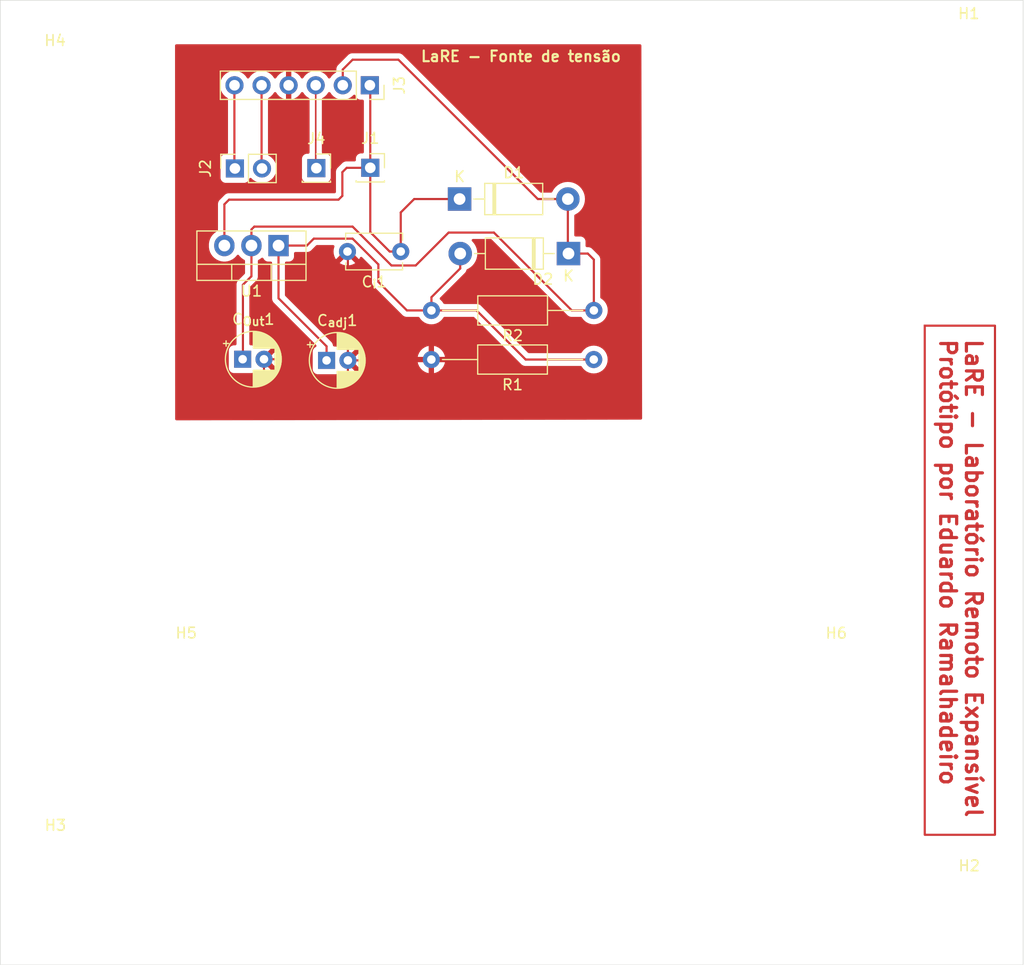
<source format=kicad_pcb>
(kicad_pcb (version 20240108) (generator "pcbnew") (generator_version "8.0")
  (layers (0 "F.Cu" signal "Front") (1 "In1.Cu" signal) (2 "In2.Cu" signal) (31 "B.Cu" signal "Back") (34 "B.Paste" user) (35 "F.Paste" user) (36 "B.SilkS" user "B.Silkscreen") (37 "F.SilkS" user "F.Silkscreen") (38 "B.Mask" user) (39 "F.Mask" user) (44 "Edge.Cuts" user))
  (net 0 "")
  (net 1 "GND")
  (net 2 "Net-(D2-A)")
  (net 3 "/12V")
  (net 4 "/transf-")
  (net 5 "/5V")
  (net 6 "/5V_{VB}")
  (net 7 "/transf+")
  (footprint "Connector_PinSocket_2.54mm:PinSocket_1x02_P2.54mm_Vertical" (layer "F.Cu") (at 112.05 55.67 90)
    (property "Reference" "J2" (at 0 -2.77 90) (layer "F.SilkS"))
    (property "Value" "Transformer")
    (fp_line (start 1.33 -1.33) (end 1.33 0) (stroke (width 0.12)) (layer "F.SilkS"))
    (fp_line (start 0 -1.33) (end 1.33 -1.33) (stroke (width 0.12)) (layer "F.SilkS"))
    (fp_line (start 1.33 1.27) (end 1.33 3.87) (stroke (width 0.12)) (layer "F.SilkS"))
    (fp_line (start -1.33 1.27) (end 1.33 1.27) (stroke (width 0.12)) (layer "F.SilkS"))
    (fp_line (start -1.33 1.27) (end -1.33 3.87) (stroke (width 0.12)) (layer "F.SilkS"))
    (fp_line (start -1.33 3.87) (end 1.33 3.87) (stroke (width 0.12)) (layer "F.SilkS"))
    (pad "1" thru_hole rect (at 0 0 90) (size 1.7 1.7) (drill 1) (layers "*.Cu" "*.Mask") (net 4 "/transf-"))
    (pad "2" thru_hole oval (at 0 2.54 90) (size 1.7 1.7) (drill 1) (layers "*.Cu" "*.Mask") (net 7 "/transf+"))
  )
  (footprint "Diode_THT:D_DO-41_SOD81_P10.16mm_Horizontal" (layer "F.Cu") (at 143.35 63.66 180)
    (property "Reference" "D2" (at 2.4 -2.41 0) (layer "F.SilkS"))
    (property "Value" "1N4007")
    (fp_line (start 8.82 0) (end 7.8 0) (stroke (width 0.12)) (layer "F.SilkS"))
    (fp_line (start 7.8 1.47) (end 7.8 -1.47) (stroke (width 0.12)) (layer "F.SilkS"))
    (fp_line (start 7.8 -1.47) (end 2.36 -1.47) (stroke (width 0.12)) (layer "F.SilkS"))
    (fp_line (start 3.38 -1.47) (end 3.38 1.47) (stroke (width 0.12)) (layer "F.SilkS"))
    (fp_line (start 3.26 -1.47) (end 3.26 1.47) (stroke (width 0.12)) (layer "F.SilkS"))
    (fp_line (start 3.14 -1.47) (end 3.14 1.47) (stroke (width 0.12)) (layer "F.SilkS"))
    (fp_line (start 2.36 1.47) (end 7.8 1.47) (stroke (width 0.12)) (layer "F.SilkS"))
    (fp_line (start 2.36 -1.47) (end 2.36 1.47) (stroke (width 0.12)) (layer "F.SilkS"))
    (fp_line (start 1.34 0) (end 2.36 0) (stroke (width 0.12)) (layer "F.SilkS"))
    (fp_text user "K" (at 0 -2.1 0) (layer "F.SilkS"))
    (pad "1" thru_hole rect (at 0 0 180) (size 2.2 2.2) (drill 1.1) (layers "*.Cu" "*.Mask") (net 5 "/5V"))
    (pad "2" thru_hole oval (at 10.16 0 180) (size 2.2 2.2) (drill 1.1) (layers "*.Cu" "*.Mask") (net 2 "Net-(D2-A)"))
  )
  (footprint "Connector_PinSocket_2.54mm:PinSocket_1x06_P2.54mm_Vertical" (layer "F.Cu") (at 124.71 47.86 -90)
    (property "Reference" "J3" (at 0 -2.77 -90) (layer "F.SilkS"))
    (property "Value" "Power Sources")
    (fp_line (start -1.33 14.03) (end 1.33 14.03) (stroke (width 0.12)) (layer "F.SilkS"))
    (fp_line (start -1.33 1.27) (end -1.33 14.03) (stroke (width 0.12)) (layer "F.SilkS"))
    (fp_line (start -1.33 1.27) (end 1.33 1.27) (stroke (width 0.12)) (layer "F.SilkS"))
    (fp_line (start 1.33 1.27) (end 1.33 14.03) (stroke (width 0.12)) (layer "F.SilkS"))
    (fp_line (start 0 -1.33) (end 1.33 -1.33) (stroke (width 0.12)) (layer "F.SilkS"))
    (fp_line (start 1.33 -1.33) (end 1.33 0) (stroke (width 0.12)) (layer "F.SilkS"))
    (pad "1" thru_hole rect (at 0 0 270) (size 1.7 1.7) (drill 1) (layers "*.Cu" "*.Mask") (net 3 "/12V"))
    (pad "2" thru_hole oval (at 0 2.54 270) (size 1.7 1.7) (drill 1) (layers "*.Cu" "*.Mask") (net 5 "/5V"))
    (pad "3" thru_hole oval (at 0 5.08 270) (size 1.7 1.7) (drill 1) (layers "*.Cu" "*.Mask") (net 6 "/5V_{VB}"))
    (pad "4" thru_hole oval (at 0 7.62 270) (size 1.7 1.7) (drill 1) (layers "*.Cu" "*.Mask") (net 1 "GND"))
    (pad "5" thru_hole oval (at 0 10.16 270) (size 1.7 1.7) (drill 1) (layers "*.Cu" "*.Mask") (net 7 "/transf+"))
    (pad "6" thru_hole oval (at 0 12.7 270) (size 1.7 1.7) (drill 1) (layers "*.Cu" "*.Mask") (net 4 "/transf-"))
  )
  (footprint "Connector_PinSocket_2.54mm:PinSocket_1x01_P2.54mm_Vertical" (layer "F.Cu") (at 119.69 55.64)
    (property "Reference" "J4" (at 0 -2.77 0) (layer "F.SilkS"))
    (property "Value" "5V_{VB}")
    (fp_line (start -1.33 1.21) (end -1.33 1.33) (stroke (width 0.12)) (layer "F.SilkS"))
    (fp_line (start -1.33 1.33) (end 1.33 1.33) (stroke (width 0.12)) (layer "F.SilkS"))
    (fp_line (start 0 -1.33) (end 1.33 -1.33) (stroke (width 0.12)) (layer "F.SilkS"))
    (fp_line (start 1.33 -1.33) (end 1.33 0) (stroke (width 0.12)) (layer "F.SilkS"))
    (fp_line (start 1.33 1.21) (end 1.33 1.33) (stroke (width 0.12)) (layer "F.SilkS"))
    (pad "1" thru_hole rect (at 0 0) (size 1.7 1.7) (drill 1) (layers "*.Cu" "*.Mask") (net 6 "/5V_{VB}"))
  )
  (footprint "Resistor_THT:R_Axial_DIN0207_L6.3mm_D2.5mm_P15.24mm_Horizontal" (layer "F.Cu") (at 145.73 69 180)
    (property "Reference" "R2" (at 7.62 -2.37 0) (layer "F.SilkS"))
    (property "Value" "330")
    (fp_line (start 14.2 0) (end 10.89 0) (stroke (width 0.12)) (layer "F.SilkS"))
    (fp_line (start 10.89 1.37) (end 10.89 -1.37) (stroke (width 0.12)) (layer "F.SilkS"))
    (fp_line (start 10.89 -1.37) (end 4.35 -1.37) (stroke (width 0.12)) (layer "F.SilkS"))
    (fp_line (start 4.35 1.37) (end 10.89 1.37) (stroke (width 0.12)) (layer "F.SilkS"))
    (fp_line (start 4.35 -1.37) (end 4.35 1.37) (stroke (width 0.12)) (layer "F.SilkS"))
    (fp_line (start 1.04 0) (end 4.35 0) (stroke (width 0.12)) (layer "F.SilkS"))
    (pad "1" thru_hole circle (at 0 0 180) (size 1.6 1.6) (drill 0.8) (layers "*.Cu" "*.Mask") (net 5 "/5V"))
    (pad "2" thru_hole oval (at 15.24 0 180) (size 1.6 1.6) (drill 0.8) (layers "*.Cu" "*.Mask") (net 2 "Net-(D2-A)"))
  )
  (footprint "Package_TO_SOT_THT:TO-220-3_Vertical" (layer "F.Cu") (at 116.14 62.91 180)
    (property "Reference" "U1" (at 2.54 -4.27 0) (layer "F.SilkS"))
    (property "Value" "LM317_TO-220")
    (fp_line (start 7.66 -3.27) (end 7.66 1.371) (stroke (width 0.12)) (layer "F.SilkS"))
    (fp_line (start 4.391 -3.27) (end 4.391 -1.76) (stroke (width 0.12)) (layer "F.SilkS"))
    (fp_line (start 0.69 -3.27) (end 0.69 -1.76) (stroke (width 0.12)) (layer "F.SilkS"))
    (fp_line (start -2.58 1.371) (end 7.66 1.371) (stroke (width 0.12)) (layer "F.SilkS"))
    (fp_line (start -2.58 -1.76) (end 7.66 -1.76) (stroke (width 0.12)) (layer "F.SilkS"))
    (fp_line (start -2.58 -3.27) (end 7.66 -3.27) (stroke (width 0.12)) (layer "F.SilkS"))
    (fp_line (start -2.58 -3.27) (end -2.58 1.371) (stroke (width 0.12)) (layer "F.SilkS"))
    (pad "1" thru_hole rect (at 0 0 180) (size 1.905 2) (drill 1.1) (layers "*.Cu" "*.Mask") (net 2 "Net-(D2-A)"))
    (pad "2" thru_hole oval (at 2.54 0 180) (size 1.905 2) (drill 1.1) (layers "*.Cu" "*.Mask") (net 5 "/5V"))
    (pad "3" thru_hole oval (at 5.08 0 180) (size 1.905 2) (drill 1.1) (layers "*.Cu" "*.Mask") (net 3 "/12V"))
  )
  (footprint "Diode_THT:D_DO-41_SOD81_P10.16mm_Horizontal" (layer "F.Cu") (at 133.13 58.54)
    (property "Reference" "D1" (at 5.08 -2.47 0) (layer "F.SilkS"))
    (property "Value" "1N4007")
    (fp_line (start 1.34 0) (end 2.36 0) (stroke (width 0.12)) (layer "F.SilkS"))
    (fp_line (start 2.36 -1.47) (end 2.36 1.47) (stroke (width 0.12)) (layer "F.SilkS"))
    (fp_line (start 2.36 1.47) (end 7.8 1.47) (stroke (width 0.12)) (layer "F.SilkS"))
    (fp_line (start 3.14 -1.47) (end 3.14 1.47) (stroke (width 0.12)) (layer "F.SilkS"))
    (fp_line (start 3.26 -1.47) (end 3.26 1.47) (stroke (width 0.12)) (layer "F.SilkS"))
    (fp_line (start 3.38 -1.47) (end 3.38 1.47) (stroke (width 0.12)) (layer "F.SilkS"))
    (fp_line (start 7.8 -1.47) (end 2.36 -1.47) (stroke (width 0.12)) (layer "F.SilkS"))
    (fp_line (start 7.8 1.47) (end 7.8 -1.47) (stroke (width 0.12)) (layer "F.SilkS"))
    (fp_line (start 8.82 0) (end 7.8 0) (stroke (width 0.12)) (layer "F.SilkS"))
    (fp_text user "K" (at 0 -2.1 0) (layer "F.SilkS"))
    (pad "1" thru_hole rect (at 0 0) (size 2.2 2.2) (drill 1.1) (layers "*.Cu" "*.Mask") (net 3 "/12V"))
    (pad "2" thru_hole oval (at 10.16 0) (size 2.2 2.2) (drill 1.1) (layers "*.Cu" "*.Mask") (net 5 "/5V"))
  )
  (footprint "MountingHole:MountingHole_3.2mm_M3" (layer "F.Cu") (at 180.91 45.33)
    (property "Reference" "H1" (at 0 -4.2 0) (layer "F.SilkS"))
    (property "Value" "MountingHole")
    (pad "" np_thru_hole circle (at 0 0) (size 3.2 3.2) (drill 3.2) (layers "*.Cu" "*.Mask"))
  )
  (footprint "MountingHole:MountingHole_3.2mm_M3" (layer "F.Cu") (at 168.48 103.5)
    (property "Reference" "H6" (at 0 -4.2 0) (layer "F.SilkS"))
    (property "Value" "MountingHole" (hide yes))
    (pad "" np_thru_hole circle (at 0 0) (size 3.2 3.2) (drill 3.2) (layers "*.Cu" "*.Mask"))
  )
  (footprint "Capacitor_THT:C_Disc_D5.1mm_W3.2mm_P5.00mm" (layer "F.Cu") (at 127.61 63.47 180)
    (property "Reference" "C_{i}1" (at 2.5 -2.85 0) (layer "F.SilkS"))
    (property "Value" "100nF")
    (fp_line (start 5.17 1.055) (end 5.17 1.721) (stroke (width 0.12)) (layer "F.SilkS"))
    (fp_line (start 5.17 -1.721) (end 5.17 -1.055) (stroke (width 0.12)) (layer "F.SilkS"))
    (fp_line (start -0.17 1.721) (end 5.17 1.721) (stroke (width 0.12)) (layer "F.SilkS"))
    (fp_line (start -0.17 1.055) (end -0.17 1.721) (stroke (width 0.12)) (layer "F.SilkS"))
    (fp_line (start -0.17 -1.721) (end 5.17 -1.721) (stroke (width 0.12)) (layer "F.SilkS"))
    (fp_line (start -0.17 -1.721) (end -0.17 -1.055) (stroke (width 0.12)) (layer "F.SilkS"))
    (pad "1" thru_hole circle (at 0 0 180) (size 1.6 1.6) (drill 0.8) (layers "*.Cu" "*.Mask") (net 3 "/12V"))
    (pad "2" thru_hole circle (at 5 0 180) (size 1.6 1.6) (drill 0.8) (layers "*.Cu" "*.Mask") (net 1 "GND"))
  )
  (footprint "Resistor_THT:R_Axial_DIN0207_L6.3mm_D2.5mm_P15.24mm_Horizontal" (layer "F.Cu") (at 145.72 73.61 180)
    (property "Reference" "R1" (at 7.62 -2.37 0) (layer "F.SilkS"))
    (property "Value" "1K")
    (fp_line (start 14.2 0) (end 10.89 0) (stroke (width 0.12)) (layer "F.SilkS"))
    (fp_line (start 10.89 1.37) (end 10.89 -1.37) (stroke (width 0.12)) (layer "F.SilkS"))
    (fp_line (start 10.89 -1.37) (end 4.35 -1.37) (stroke (width 0.12)) (layer "F.SilkS"))
    (fp_line (start 4.35 1.37) (end 10.89 1.37) (stroke (width 0.12)) (layer "F.SilkS"))
    (fp_line (start 4.35 -1.37) (end 4.35 1.37) (stroke (width 0.12)) (layer "F.SilkS"))
    (fp_line (start 1.04 0) (end 4.35 0) (stroke (width 0.12)) (layer "F.SilkS"))
    (pad "1" thru_hole circle (at 0 0 180) (size 1.6 1.6) (drill 0.8) (layers "*.Cu" "*.Mask") (net 2 "Net-(D2-A)"))
    (pad "2" thru_hole oval (at 15.24 0 180) (size 1.6 1.6) (drill 0.8) (layers "*.Cu" "*.Mask") (net 1 "GND"))
  )
  (footprint "MountingHole:MountingHole_3.2mm_M3" (layer "F.Cu") (at 107.48 103.49)
    (property "Reference" "H5" (at 0 -4.2 0) (layer "F.SilkS"))
    (property "Value" "MountingHole" (hide yes))
    (pad "" np_thru_hole circle (at 0 0) (size 3.2 3.2) (drill 3.2) (layers "*.Cu" "*.Mask"))
  )
  (footprint "Capacitor_THT:CP_Radial_D5.0mm_P2.00mm" (layer "F.Cu") (at 120.65 73.69)
    (property "Reference" "C_{adj}1" (at 1 -3.75 0) (layer "F.SilkS"))
    (property "Value" "10uF")
    (fp_line (start -1.804775 -1.475) (end -1.304775 -1.475) (stroke (width 0.12)) (layer "F.SilkS"))
    (fp_line (start -1.554775 -1.725) (end -1.554775 -1.225) (stroke (width 0.12)) (layer "F.SilkS"))
    (fp_line (start 1 -2.58) (end 1 -1.04) (stroke (width 0.12)) (layer "F.SilkS"))
    (fp_line (start 1 1.04) (end 1 2.58) (stroke (width 0.12)) (layer "F.SilkS"))
    (fp_line (start 1.04 -2.58) (end 1.04 -1.04) (stroke (width 0.12)) (layer "F.SilkS"))
    (fp_line (start 1.04 1.04) (end 1.04 2.58) (stroke (width 0.12)) (layer "F.SilkS"))
    (fp_line (start 1.08 -2.579) (end 1.08 -1.04) (stroke (width 0.12)) (layer "F.SilkS"))
    (fp_line (start 1.08 1.04) (end 1.08 2.579) (stroke (width 0.12)) (layer "F.SilkS"))
    (fp_line (start 1.12 -2.578) (end 1.12 -1.04) (stroke (width 0.12)) (layer "F.SilkS"))
    (fp_line (start 1.12 1.04) (end 1.12 2.578) (stroke (width 0.12)) (layer "F.SilkS"))
    (fp_line (start 1.16 -2.576) (end 1.16 -1.04) (stroke (width 0.12)) (layer "F.SilkS"))
    (fp_line (start 1.16 1.04) (end 1.16 2.576) (stroke (width 0.12)) (layer "F.SilkS"))
    (fp_line (start 1.2 -2.573) (end 1.2 -1.04) (stroke (width 0.12)) (layer "F.SilkS"))
    (fp_line (start 1.2 1.04) (end 1.2 2.573) (stroke (width 0.12)) (layer "F.SilkS"))
    (fp_line (start 1.24 -2.569) (end 1.24 -1.04) (stroke (width 0.12)) (layer "F.SilkS"))
    (fp_line (start 1.24 1.04) (end 1.24 2.569) (stroke (width 0.12)) (layer "F.SilkS"))
    (fp_line (start 1.28 -2.565) (end 1.28 -1.04) (stroke (width 0.12)) (layer "F.SilkS"))
    (fp_line (start 1.28 1.04) (end 1.28 2.565) (stroke (width 0.12)) (layer "F.SilkS"))
    (fp_line (start 1.32 -2.561) (end 1.32 -1.04) (stroke (width 0.12)) (layer "F.SilkS"))
    (fp_line (start 1.32 1.04) (end 1.32 2.561) (stroke (width 0.12)) (layer "F.SilkS"))
    (fp_line (start 1.36 -2.556) (end 1.36 -1.04) (stroke (width 0.12)) (layer "F.SilkS"))
    (fp_line (start 1.36 1.04) (end 1.36 2.556) (stroke (width 0.12)) (layer "F.SilkS"))
    (fp_line (start 1.4 -2.55) (end 1.4 -1.04) (stroke (width 0.12)) (layer "F.SilkS"))
    (fp_line (start 1.4 1.04) (end 1.4 2.55) (stroke (width 0.12)) (layer "F.SilkS"))
    (fp_line (start 1.44 -2.543) (end 1.44 -1.04) (stroke (width 0.12)) (layer "F.SilkS"))
    (fp_line (start 1.44 1.04) (end 1.44 2.543) (stroke (width 0.12)) (layer "F.SilkS"))
    (fp_line (start 1.48 -2.536) (end 1.48 -1.04) (stroke (width 0.12)) (layer "F.SilkS"))
    (fp_line (start 1.48 1.04) (end 1.48 2.536) (stroke (width 0.12)) (layer "F.SilkS"))
    (fp_line (start 1.52 -2.528) (end 1.52 -1.04) (stroke (width 0.12)) (layer "F.SilkS"))
    (fp_line (start 1.52 1.04) (end 1.52 2.528) (stroke (width 0.12)) (layer "F.SilkS"))
    (fp_line (start 1.56 -2.52) (end 1.56 -1.04) (stroke (width 0.12)) (layer "F.SilkS"))
    (fp_line (start 1.56 1.04) (end 1.56 2.52) (stroke (width 0.12)) (layer "F.SilkS"))
    (fp_line (start 1.6 -2.511) (end 1.6 -1.04) (stroke (width 0.12)) (layer "F.SilkS"))
    (fp_line (start 1.6 1.04) (end 1.6 2.511) (stroke (width 0.12)) (layer "F.SilkS"))
    (fp_line (start 1.64 -2.501) (end 1.64 -1.04) (stroke (width 0.12)) (layer "F.SilkS"))
    (fp_line (start 1.64 1.04) (end 1.64 2.501) (stroke (width 0.12)) (layer "F.SilkS"))
    (fp_line (start 1.68 -2.491) (end 1.68 -1.04) (stroke (width 0.12)) (layer "F.SilkS"))
    (fp_line (start 1.68 1.04) (end 1.68 2.491) (stroke (width 0.12)) (layer "F.SilkS"))
    (fp_line (start 1.721 -2.48) (end 1.721 -1.04) (stroke (width 0.12)) (layer "F.SilkS"))
    (fp_line (start 1.721 1.04) (end 1.721 2.48) (stroke (width 0.12)) (layer "F.SilkS"))
    (fp_line (start 1.761 -2.468) (end 1.761 -1.04) (stroke (width 0.12)) (layer "F.SilkS"))
    (fp_line (start 1.761 1.04) (end 1.761 2.468) (stroke (width 0.12)) (layer "F.SilkS"))
    (fp_line (start 1.801 -2.455) (end 1.801 -1.04) (stroke (width 0.12)) (layer "F.SilkS"))
    (fp_line (start 1.801 1.04) (end 1.801 2.455) (stroke (width 0.12)) (layer "F.SilkS"))
    (fp_line (start 1.841 -2.442) (end 1.841 -1.04) (stroke (width 0.12)) (layer "F.SilkS"))
    (fp_line (start 1.841 1.04) (end 1.841 2.442) (stroke (width 0.12)) (layer "F.SilkS"))
    (fp_line (start 1.881 -2.428) (end 1.881 -1.04) (stroke (width 0.12)) (layer "F.SilkS"))
    (fp_line (start 1.881 1.04) (end 1.881 2.428) (stroke (width 0.12)) (layer "F.SilkS"))
    (fp_line (start 1.921 -2.414) (end 1.921 -1.04) (stroke (width 0.12)) (layer "F.SilkS"))
    (fp_line (start 1.921 1.04) (end 1.921 2.414) (stroke (width 0.12)) (layer "F.SilkS"))
    (fp_line (start 1.961 -2.398) (end 1.961 -1.04) (stroke (width 0.12)) (layer "F.SilkS"))
    (fp_line (start 1.961 1.04) (end 1.961 2.398) (stroke (width 0.12)) (layer "F.SilkS"))
    (fp_line (start 2.001 -2.382) (end 2.001 -1.04) (stroke (width 0.12)) (layer "F.SilkS"))
    (fp_line (start 2.001 1.04) (end 2.001 2.382) (stroke (width 0.12)) (layer "F.SilkS"))
    (fp_line (start 2.041 -2.365) (end 2.041 -1.04) (stroke (width 0.12)) (layer "F.SilkS"))
    (fp_line (start 2.041 1.04) (end 2.041 2.365) (stroke (width 0.12)) (layer "F.SilkS"))
    (fp_line (start 2.081 -2.348) (end 2.081 -1.04) (stroke (width 0.12)) (layer "F.SilkS"))
    (fp_line (start 2.081 1.04) (end 2.081 2.348) (stroke (width 0.12)) (layer "F.SilkS"))
    (fp_line (start 2.121 -2.329) (end 2.121 -1.04) (stroke (width 0.12)) (layer "F.SilkS"))
    (fp_line (start 2.121 1.04) (end 2.121 2.329) (stroke (width 0.12)) (layer "F.SilkS"))
    (fp_line (start 2.161 -2.31) (end 2.161 -1.04) (stroke (width 0.12)) (layer "F.SilkS"))
    (fp_line (start 2.161 1.04) (end 2.161 2.31) (stroke (width 0.12)) (layer "F.SilkS"))
    (fp_line (start 2.201 -2.29) (end 2.201 -1.04) (stroke (width 0.12)) (layer "F.SilkS"))
    (fp_line (start 2.201 1.04) (end 2.201 2.29) (stroke (width 0.12)) (layer "F.SilkS"))
    (fp_line (start 2.241 -2.268) (end 2.241 -1.04) (stroke (width 0.12)) (layer "F.SilkS"))
    (fp_line (start 2.241 1.04) (end 2.241 2.268) (stroke (width 0.12)) (layer "F.SilkS"))
    (fp_line (start 2.281 -2.247) (end 2.281 -1.04) (stroke (width 0.12)) (layer "F.SilkS"))
    (fp_line (start 2.281 1.04) (end 2.281 2.247) (stroke (width 0.12)) (layer "F.SilkS"))
    (fp_line (start 2.321 -2.224) (end 2.321 -1.04) (stroke (width 0.12)) (layer "F.SilkS"))
    (fp_line (start 2.321 1.04) (end 2.321 2.224) (stroke (width 0.12)) (layer "F.SilkS"))
    (fp_line (start 2.361 -2.2) (end 2.361 -1.04) (stroke (width 0.12)) (layer "F.SilkS"))
    (fp_line (start 2.361 1.04) (end 2.361 2.2) (stroke (width 0.12)) (layer "F.SilkS"))
    (fp_line (start 2.401 -2.175) (end 2.401 -1.04) (stroke (width 0.12)) (layer "F.SilkS"))
    (fp_line (start 2.401 1.04) (end 2.401 2.175) (stroke (width 0.12)) (layer "F.SilkS"))
    (fp_line (start 2.441 -2.149) (end 2.441 -1.04) (stroke (width 0.12)) (layer "F.SilkS"))
    (fp_line (start 2.441 1.04) (end 2.441 2.149) (stroke (width 0.12)) (layer "F.SilkS"))
    (fp_line (start 2.481 -2.122) (end 2.481 -1.04) (stroke (width 0.12)) (layer "F.SilkS"))
    (fp_line (start 2.481 1.04) (end 2.481 2.122) (stroke (width 0.12)) (layer "F.SilkS"))
    (fp_line (start 2.521 -2.095) (end 2.521 -1.04) (stroke (width 0.12)) (layer "F.SilkS"))
    (fp_line (start 2.521 1.04) (end 2.521 2.095) (stroke (width 0.12)) (layer "F.SilkS"))
    (fp_line (start 2.561 -2.065) (end 2.561 -1.04) (stroke (width 0.12)) (layer "F.SilkS"))
    (fp_line (start 2.561 1.04) (end 2.561 2.065) (stroke (width 0.12)) (layer "F.SilkS"))
    (fp_line (start 2.601 -2.035) (end 2.601 -1.04) (stroke (width 0.12)) (layer "F.SilkS"))
    (fp_line (start 2.601 1.04) (end 2.601 2.035) (stroke (width 0.12)) (layer "F.SilkS"))
    (fp_line (start 2.641 -2.004) (end 2.641 -1.04) (stroke (width 0.12)) (layer "F.SilkS"))
    (fp_line (start 2.641 1.04) (end 2.641 2.004) (stroke (width 0.12)) (layer "F.SilkS"))
    (fp_line (start 2.681 -1.971) (end 2.681 -1.04) (stroke (width 0.12)) (layer "F.SilkS"))
    (fp_line (start 2.681 1.04) (end 2.681 1.971) (stroke (width 0.12)) (layer "F.SilkS"))
    (fp_line (start 2.721 -1.937) (end 2.721 -1.04) (stroke (width 0.12)) (layer "F.SilkS"))
    (fp_line (start 2.721 1.04) (end 2.721 1.937) (stroke (width 0.12)) (layer "F.SilkS"))
    (fp_line (start 2.761 -1.901) (end 2.761 -1.04) (stroke (width 0.12)) (layer "F.SilkS"))
    (fp_line (start 2.761 1.04) (end 2.761 1.901) (stroke (width 0.12)) (layer "F.SilkS"))
    (fp_line (start 2.801 -1.864) (end 2.801 -1.04) (stroke (width 0.12)) (layer "F.SilkS"))
    (fp_line (start 2.801 1.04) (end 2.801 1.864) (stroke (width 0.12)) (layer "F.SilkS"))
    (fp_line (start 2.841 -1.826) (end 2.841 -1.04) (stroke (width 0.12)) (layer "F.SilkS"))
    (fp_line (start 2.841 1.04) (end 2.841 1.826) (stroke (width 0.12)) (layer "F.SilkS"))
    (fp_line (start 2.881 -1.785) (end 2.881 -1.04) (stroke (width 0.12)) (layer "F.SilkS"))
    (fp_line (start 2.881 1.04) (end 2.881 1.785) (stroke (width 0.12)) (layer "F.SilkS"))
    (fp_line (start 2.921 -1.743) (end 2.921 -1.04) (stroke (width 0.12)) (layer "F.SilkS"))
    (fp_line (start 2.921 1.04) (end 2.921 1.743) (stroke (width 0.12)) (layer "F.SilkS"))
    (fp_line (start 2.961 -1.699) (end 2.961 -1.04) (stroke (width 0.12)) (layer "F.SilkS"))
    (fp_line (start 2.961 1.04) (end 2.961 1.699) (stroke (width 0.12)) (layer "F.SilkS"))
    (fp_line (start 3.001 -1.653) (end 3.001 -1.04) (stroke (width 0.12)) (layer "F.SilkS"))
    (fp_line (start 3.001 1.04) (end 3.001 1.653) (stroke (width 0.12)) (layer "F.SilkS"))
    (fp_line (start 3.041 -1.605) (end 3.041 1.605) (stroke (width 0.12)) (layer "F.SilkS"))
    (fp_line (start 3.081 -1.554) (end 3.081 1.554) (stroke (width 0.12)) (layer "F.SilkS"))
    (fp_line (start 3.121 -1.5) (end 3.121 1.5) (stroke (width 0.12)) (layer "F.SilkS"))
    (fp_line (start 3.161 -1.443) (end 3.161 1.443) (stroke (width 0.12)) (layer "F.SilkS"))
    (fp_line (start 3.201 -1.383) (end 3.201 1.383) (stroke (width 0.12)) (layer "F.SilkS"))
    (fp_line (start 3.241 -1.319) (end 3.241 1.319) (stroke (width 0.12)) (layer "F.SilkS"))
    (fp_line (start 3.281 -1.251) (end 3.281 1.251) (stroke (width 0.12)) (layer "F.SilkS"))
    (fp_line (start 3.321 -1.178) (end 3.321 1.178) (stroke (width 0.12)) (layer "F.SilkS"))
    (fp_line (start 3.361 -1.098) (end 3.361 1.098) (stroke (width 0.12)) (layer "F.SilkS"))
    (fp_line (start 3.401 -1.011) (end 3.401 1.011) (stroke (width 0.12)) (layer "F.SilkS"))
    (fp_line (start 3.441 -0.915) (end 3.441 0.915) (stroke (width 0.12)) (layer "F.SilkS"))
    (fp_line (start 3.481 -0.805) (end 3.481 0.805) (stroke (width 0.12)) (layer "F.SilkS"))
    (fp_line (start 3.521 -0.677) (end 3.521 0.677) (stroke (width 0.12)) (layer "F.SilkS"))
    (fp_line (start 3.561 -0.518) (end 3.561 0.518) (stroke (width 0.12)) (layer "F.SilkS"))
    (fp_line (start 3.601 -0.284) (end 3.601 0.284) (stroke (width 0.12)) (layer "F.SilkS"))
    (fp_circle (center 1 0) (end 3.62 0) (stroke (width 0.12)) (fill none) (layer "F.SilkS"))
    (pad "1" thru_hole rect (at 0 0) (size 1.6 1.6) (drill 0.8) (layers "*.Cu" "*.Mask") (net 2 "Net-(D2-A)"))
    (pad "2" thru_hole circle (at 2 0) (size 1.6 1.6) (drill 0.8) (layers "*.Cu" "*.Mask") (net 1 "GND"))
  )
  (footprint "Connector_PinSocket_2.54mm:PinSocket_1x01_P2.54mm_Vertical" (layer "F.Cu") (at 124.75 55.61)
    (property "Reference" "J1" (at 0 -2.77 0) (layer "F.SilkS"))
    (property "Value" "V_{in}VB")
    (fp_line (start -1.33 1.21) (end -1.33 1.33) (stroke (width 0.12)) (layer "F.SilkS"))
    (fp_line (start -1.33 1.33) (end 1.33 1.33) (stroke (width 0.12)) (layer "F.SilkS"))
    (fp_line (start 0 -1.33) (end 1.33 -1.33) (stroke (width 0.12)) (layer "F.SilkS"))
    (fp_line (start 1.33 -1.33) (end 1.33 0) (stroke (width 0.12)) (layer "F.SilkS"))
    (fp_line (start 1.33 1.21) (end 1.33 1.33) (stroke (width 0.12)) (layer "F.SilkS"))
    (pad "1" thru_hole rect (at 0 0) (size 1.7 1.7) (drill 1) (layers "*.Cu" "*.Mask") (net 3 "/12V"))
  )
  (footprint "MountingHole:MountingHole_3.2mm_M3" (layer "F.Cu") (at 95.17 47.86)
    (property "Reference" "H4" (at 0 -4.2 0) (layer "F.SilkS"))
    (property "Value" "MountingHole")
    (pad "" np_thru_hole circle (at 0 0) (size 3.2 3.2) (drill 3.2) (layers "*.Cu" "*.Mask"))
  )
  (footprint "MountingHole:MountingHole_3.2mm_M3" (layer "F.Cu") (at 180.95 125.34)
    (property "Reference" "H2" (at 0 -4.2 0) (layer "F.SilkS"))
    (property "Value" "MountingHole")
    (pad "" np_thru_hole circle (at 0 0) (size 3.2 3.2) (drill 3.2) (layers "*.Cu" "*.Mask"))
  )
  (footprint "Capacitor_THT:CP_Radial_D5.0mm_P2.00mm" (layer "F.Cu") (at 112.7749 73.58)
    (property "Reference" "C_{Out}1" (at 1 -3.75 0) (layer "F.SilkS"))
    (property "Value" "1uF")
    (fp_line (start -1.804775 -1.475) (end -1.304775 -1.475) (stroke (width 0.12)) (layer "F.SilkS"))
    (fp_line (start -1.554775 -1.725) (end -1.554775 -1.225) (stroke (width 0.12)) (layer "F.SilkS"))
    (fp_line (start 1 -2.58) (end 1 -1.04) (stroke (width 0.12)) (layer "F.SilkS"))
    (fp_line (start 1 1.04) (end 1 2.58) (stroke (width 0.12)) (layer "F.SilkS"))
    (fp_line (start 1.04 -2.58) (end 1.04 -1.04) (stroke (width 0.12)) (layer "F.SilkS"))
    (fp_line (start 1.04 1.04) (end 1.04 2.58) (stroke (width 0.12)) (layer "F.SilkS"))
    (fp_line (start 1.08 -2.579) (end 1.08 -1.04) (stroke (width 0.12)) (layer "F.SilkS"))
    (fp_line (start 1.08 1.04) (end 1.08 2.579) (stroke (width 0.12)) (layer "F.SilkS"))
    (fp_line (start 1.12 -2.578) (end 1.12 -1.04) (stroke (width 0.12)) (layer "F.SilkS"))
    (fp_line (start 1.12 1.04) (end 1.12 2.578) (stroke (width 0.12)) (layer "F.SilkS"))
    (fp_line (start 1.16 -2.576) (end 1.16 -1.04) (stroke (width 0.12)) (layer "F.SilkS"))
    (fp_line (start 1.16 1.04) (end 1.16 2.576) (stroke (width 0.12)) (layer "F.SilkS"))
    (fp_line (start 1.2 -2.573) (end 1.2 -1.04) (stroke (width 0.12)) (layer "F.SilkS"))
    (fp_line (start 1.2 1.04) (end 1.2 2.573) (stroke (width 0.12)) (layer "F.SilkS"))
    (fp_line (start 1.24 -2.569) (end 1.24 -1.04) (stroke (width 0.12)) (layer "F.SilkS"))
    (fp_line (start 1.24 1.04) (end 1.24 2.569) (stroke (width 0.12)) (layer "F.SilkS"))
    (fp_line (start 1.28 -2.565) (end 1.28 -1.04) (stroke (width 0.12)) (layer "F.SilkS"))
    (fp_line (start 1.28 1.04) (end 1.28 2.565) (stroke (width 0.12)) (layer "F.SilkS"))
    (fp_line (start 1.32 -2.561) (end 1.32 -1.04) (stroke (width 0.12)) (layer "F.SilkS"))
    (fp_line (start 1.32 1.04) (end 1.32 2.561) (stroke (width 0.12)) (layer "F.SilkS"))
    (fp_line (start 1.36 -2.556) (end 1.36 -1.04) (stroke (width 0.12)) (layer "F.SilkS"))
    (fp_line (start 1.36 1.04) (end 1.36 2.556) (stroke (width 0.12)) (layer "F.SilkS"))
    (fp_line (start 1.4 -2.55) (end 1.4 -1.04) (stroke (width 0.12)) (layer "F.SilkS"))
    (fp_line (start 1.4 1.04) (end 1.4 2.55) (stroke (width 0.12)) (layer "F.SilkS"))
    (fp_line (start 1.44 -2.543) (end 1.44 -1.04) (stroke (width 0.12)) (layer "F.SilkS"))
    (fp_line (start 1.44 1.04) (end 1.44 2.543) (stroke (width 0.12)) (layer "F.SilkS"))
    (fp_line (start 1.48 -2.536) (end 1.48 -1.04) (stroke (width 0.12)) (layer "F.SilkS"))
    (fp_line (start 1.48 1.04) (end 1.48 2.536) (stroke (width 0.12)) (layer "F.SilkS"))
    (fp_line (start 1.52 -2.528) (end 1.52 -1.04) (stroke (width 0.12)) (layer "F.SilkS"))
    (fp_line (start 1.52 1.04) (end 1.52 2.528) (stroke (width 0.12)) (layer "F.SilkS"))
    (fp_line (start 1.56 -2.52) (end 1.56 -1.04) (stroke (width 0.12)) (layer "F.SilkS"))
    (fp_line (start 1.56 1.04) (end 1.56 2.52) (stroke (width 0.12)) (layer "F.SilkS"))
    (fp_line (start 1.6 -2.511) (end 1.6 -1.04) (stroke (width 0.12)) (layer "F.SilkS"))
    (fp_line (start 1.6 1.04) (end 1.6 2.511) (stroke (width 0.12)) (layer "F.SilkS"))
    (fp_line (start 1.64 -2.501) (end 1.64 -1.04) (stroke (width 0.12)) (layer "F.SilkS"))
    (fp_line (start 1.64 1.04) (end 1.64 2.501) (stroke (width 0.12)) (layer "F.SilkS"))
    (fp_line (start 1.68 -2.491) (end 1.68 -1.04) (stroke (width 0.12)) (layer "F.SilkS"))
    (fp_line (start 1.68 1.04) (end 1.68 2.491) (stroke (width 0.12)) (layer "F.SilkS"))
    (fp_line (start 1.721 -2.48) (end 1.721 -1.04) (stroke (width 0.12)) (layer "F.SilkS"))
    (fp_line (start 1.721 1.04) (end 1.721 2.48) (stroke (width 0.12)) (layer "F.SilkS"))
    (fp_line (start 1.761 -2.468) (end 1.761 -1.04) (stroke (width 0.12)) (layer "F.SilkS"))
    (fp_line (start 1.761 1.04) (end 1.761 2.468) (stroke (width 0.12)) (layer "F.SilkS"))
    (fp_line (start 1.801 -2.455) (end 1.801 -1.04) (stroke (width 0.12)) (layer "F.SilkS"))
    (fp_line (start 1.801 1.04) (end 1.801 2.455) (stroke (width 0.12)) (layer "F.SilkS"))
    (fp_line (start 1.841 -2.442) (end 1.841 -1.04) (stroke (width 0.12)) (layer "F.SilkS"))
    (fp_line (start 1.841 1.04) (end 1.841 2.442) (stroke (width 0.12)) (layer "F.SilkS"))
    (fp_line (start 1.881 -2.428) (end 1.881 -1.04) (stroke (width 0.12)) (layer "F.SilkS"))
    (fp_line (start 1.881 1.04) (end 1.881 2.428) (stroke (width 0.12)) (layer "F.SilkS"))
    (fp_line (start 1.921 -2.414) (end 1.921 -1.04) (stroke (width 0.12)) (layer "F.SilkS"))
    (fp_line (start 1.921 1.04) (end 1.921 2.414) (stroke (width 0.12)) (layer "F.SilkS"))
    (fp_line (start 1.961 -2.398) (end 1.961 -1.04) (stroke (width 0.12)) (layer "F.SilkS"))
    (fp_line (start 1.961 1.04) (end 1.961 2.398) (stroke (width 0.12)) (layer "F.SilkS"))
    (fp_line (start 2.001 -2.382) (end 2.001 -1.04) (stroke (width 0.12)) (layer "F.SilkS"))
    (fp_line (start 2.001 1.04) (end 2.001 2.382) (stroke (width 0.12)) (layer "F.SilkS"))
    (fp_line (start 2.041 -2.365) (end 2.041 -1.04) (stroke (width 0.12)) (layer "F.SilkS"))
    (fp_line (start 2.041 1.04) (end 2.041 2.365) (stroke (width 0.12)) (layer "F.SilkS"))
    (fp_line (start 2.081 -2.348) (end 2.081 -1.04) (stroke (width 0.12)) (layer "F.SilkS"))
    (fp_line (start 2.081 1.04) (end 2.081 2.348) (stroke (width 0.12)) (layer "F.SilkS"))
    (fp_line (start 2.121 -2.329) (end 2.121 -1.04) (stroke (width 0.12)) (layer "F.SilkS"))
    (fp_line (start 2.121 1.04) (end 2.121 2.329) (stroke (width 0.12)) (layer "F.SilkS"))
    (fp_line (start 2.161 -2.31) (end 2.161 -1.04) (stroke (width 0.12)) (layer "F.SilkS"))
    (fp_line (start 2.161 1.04) (end 2.161 2.31) (stroke (width 0.12)) (layer "F.SilkS"))
    (fp_line (start 2.201 -2.29) (end 2.201 -1.04) (stroke (width 0.12)) (layer "F.SilkS"))
    (fp_line (start 2.201 1.04) (end 2.201 2.29) (stroke (width 0.12)) (layer "F.SilkS"))
    (fp_line (start 2.241 -2.268) (end 2.241 -1.04) (stroke (width 0.12)) (layer "F.SilkS"))
    (fp_line (start 2.241 1.04) (end 2.241 2.268) (stroke (width 0.12)) (layer "F.SilkS"))
    (fp_line (start 2.281 -2.247) (end 2.281 -1.04) (stroke (width 0.12)) (layer "F.SilkS"))
    (fp_line (start 2.281 1.04) (end 2.281 2.247) (stroke (width 0.12)) (layer "F.SilkS"))
    (fp_line (start 2.321 -2.224) (end 2.321 -1.04) (stroke (width 0.12)) (layer "F.SilkS"))
    (fp_line (start 2.321 1.04) (end 2.321 2.224) (stroke (width 0.12)) (layer "F.SilkS"))
    (fp_line (start 2.361 -2.2) (end 2.361 -1.04) (stroke (width 0.12)) (layer "F.SilkS"))
    (fp_line (start 2.361 1.04) (end 2.361 2.2) (stroke (width 0.12)) (layer "F.SilkS"))
    (fp_line (start 2.401 -2.175) (end 2.401 -1.04) (stroke (width 0.12)) (layer "F.SilkS"))
    (fp_line (start 2.401 1.04) (end 2.401 2.175) (stroke (width 0.12)) (layer "F.SilkS"))
    (fp_line (start 2.441 -2.149) (end 2.441 -1.04) (stroke (width 0.12)) (layer "F.SilkS"))
    (fp_line (start 2.441 1.04) (end 2.441 2.149) (stroke (width 0.12)) (layer "F.SilkS"))
    (fp_line (start 2.481 -2.122) (end 2.481 -1.04) (stroke (width 0.12)) (layer "F.SilkS"))
    (fp_line (start 2.481 1.04) (end 2.481 2.122) (stroke (width 0.12)) (layer "F.SilkS"))
    (fp_line (start 2.521 -2.095) (end 2.521 -1.04) (stroke (width 0.12)) (layer "F.SilkS"))
    (fp_line (start 2.521 1.04) (end 2.521 2.095) (stroke (width 0.12)) (layer "F.SilkS"))
    (fp_line (start 2.561 -2.065) (end 2.561 -1.04) (stroke (width 0.12)) (layer "F.SilkS"))
    (fp_line (start 2.561 1.04) (end 2.561 2.065) (stroke (width 0.12)) (layer "F.SilkS"))
    (fp_line (start 2.601 -2.035) (end 2.601 -1.04) (stroke (width 0.12)) (layer "F.SilkS"))
    (fp_line (start 2.601 1.04) (end 2.601 2.035) (stroke (width 0.12)) (layer "F.SilkS"))
    (fp_line (start 2.641 -2.004) (end 2.641 -1.04) (stroke (width 0.12)) (layer "F.SilkS"))
    (fp_line (start 2.641 1.04) (end 2.641 2.004) (stroke (width 0.12)) (layer "F.SilkS"))
    (fp_line (start 2.681 -1.971) (end 2.681 -1.04) (stroke (width 0.12)) (layer "F.SilkS"))
    (fp_line (start 2.681 1.04) (end 2.681 1.971) (stroke (width 0.12)) (layer "F.SilkS"))
    (fp_line (start 2.721 -1.937) (end 2.721 -1.04) (stroke (width 0.12)) (layer "F.SilkS"))
    (fp_line (start 2.721 1.04) (end 2.721 1.937) (stroke (width 0.12)) (layer "F.SilkS"))
    (fp_line (start 2.761 -1.901) (end 2.761 -1.04) (stroke (width 0.12)) (layer "F.SilkS"))
    (fp_line (start 2.761 1.04) (end 2.761 1.901) (stroke (width 0.12)) (layer "F.SilkS"))
    (fp_line (start 2.801 -1.864) (end 2.801 -1.04) (stroke (width 0.12)) (layer "F.SilkS"))
    (fp_line (start 2.801 1.04) (end 2.801 1.864) (stroke (width 0.12)) (layer "F.SilkS"))
    (fp_line (start 2.841 -1.826) (end 2.841 -1.04) (stroke (width 0.12)) (layer "F.SilkS"))
    (fp_line (start 2.841 1.04) (end 2.841 1.826) (stroke (width 0.12)) (layer "F.SilkS"))
    (fp_line (start 2.881 -1.785) (end 2.881 -1.04) (stroke (width 0.12)) (layer "F.SilkS"))
    (fp_line (start 2.881 1.04) (end 2.881 1.785) (stroke (width 0.12)) (layer "F.SilkS"))
    (fp_line (start 2.921 -1.743) (end 2.921 -1.04) (stroke (width 0.12)) (layer "F.SilkS"))
    (fp_line (start 2.921 1.04) (end 2.921 1.743) (stroke (width 0.12)) (layer "F.SilkS"))
    (fp_line (start 2.961 -1.699) (end 2.961 -1.04) (stroke (width 0.12)) (layer "F.SilkS"))
    (fp_line (start 2.961 1.04) (end 2.961 1.699) (stroke (width 0.12)) (layer "F.SilkS"))
    (fp_line (start 3.001 -1.653) (end 3.001 -1.04) (stroke (width 0.12)) (layer "F.SilkS"))
    (fp_line (start 3.001 1.04) (end 3.001 1.653) (stroke (width 0.12)) (layer "F.SilkS"))
    (fp_line (start 3.041 -1.605) (end 3.041 1.605) (stroke (width 0.12)) (layer "F.SilkS"))
    (fp_line (start 3.081 -1.554) (end 3.081 1.554) (stroke (width 0.12)) (layer "F.SilkS"))
    (fp_line (start 3.121 -1.5) (end 3.121 1.5) (stroke (width 0.12)) (layer "F.SilkS"))
    (fp_line (start 3.161 -1.443) (end 3.161 1.443) (stroke (width 0.12)) (layer "F.SilkS"))
    (fp_line (start 3.201 -1.383) (end 3.201 1.383) (stroke (width 0.12)) (layer "F.SilkS"))
    (fp_line (start 3.241 -1.319) (end 3.241 1.319) (stroke (width 0.12)) (layer "F.SilkS"))
    (fp_line (start 3.281 -1.251) (end 3.281 1.251) (stroke (width 0.12)) (layer "F.SilkS"))
    (fp_line (start 3.321 -1.178) (end 3.321 1.178) (stroke (width 0.12)) (layer "F.SilkS"))
    (fp_line (start 3.361 -1.098) (end 3.361 1.098) (stroke (width 0.12)) (layer "F.SilkS"))
    (fp_line (start 3.401 -1.011) (end 3.401 1.011) (stroke (width 0.12)) (layer "F.SilkS"))
    (fp_line (start 3.441 -0.915) (end 3.441 0.915) (stroke (width 0.12)) (layer "F.SilkS"))
    (fp_line (start 3.481 -0.805) (end 3.481 0.805) (stroke (width 0.12)) (layer "F.SilkS"))
    (fp_line (start 3.521 -0.677) (end 3.521 0.677) (stroke (width 0.12)) (layer "F.SilkS"))
    (fp_line (start 3.561 -0.518) (end 3.561 0.518) (stroke (width 0.12)) (layer "F.SilkS"))
    (fp_line (start 3.601 -0.284) (end 3.601 0.284) (stroke (width 0.12)) (layer "F.SilkS"))
    (fp_circle (center 1 0) (end 3.62 0) (stroke (width 0.12)) (fill none) (layer "F.SilkS"))
    (pad "1" thru_hole rect (at 0 0) (size 1.6 1.6) (drill 0.8) (layers "*.Cu" "*.Mask") (net 5 "/5V"))
    (pad "2" thru_hole circle (at 2 0) (size 1.6 1.6) (drill 0.8) (layers "*.Cu" "*.Mask") (net 1 "GND"))
  )
  (footprint "MountingHole:MountingHole_3.2mm_M3" (layer "F.Cu") (at 95.21 121.54)
    (property "Reference" "H3" (at 0 -4.2 0) (layer "F.SilkS"))
    (property "Value" "MountingHole")
    (pad "" np_thru_hole circle (at 0 0) (size 3.2 3.2) (drill 3.2) (layers "*.Cu" "*.Mask"))
  )
  (gr_rect (start 90.03 39.88) (end 186.01 130.43) (stroke (width 0.05)) (fill none) (layer "Edge.Cuts"))
  (gr_text "LaRE - Fonte de tensão" (at 129.4 45.73 0) (layer "F.SilkS") (effects (font (size 1 1) (thickness 0.2) (bold yes)) (justify left bottom)))
  (gr_text_box "LaRE - Laboratório Remoto Expansível\nProtótipo por Eduardo Ramalhadeiro" (start 176.78 70.43) (end 183.37 118.23) (angle 270) (layer "F.Cu") (effects (font (size 1.5 1.5) (thickness 0.3) (bold yes)) (justify left top)) (border yes) (stroke (width 0.2)))
  (segment (start 122.65 73.69) (end 122.65 63.51) (width 0.2) (layer "F.Cu") (net 1))
  (segment (start 108.94 46.61) (end 110.09 45.46) (width 0.2) (layer "F.Cu") (net 1))
  (segment (start 116.46 73.58) (end 118.42 75.54) (width 0.2) (layer "F.Cu") (net 1))
  (segment (start 122.65 73.69) (end 130.4 73.69) (width 0.2) (layer "F.Cu") (net 1))
  (segment (start 114.7749 73.58) (end 114.7749 75.2751) (width 0.2) (layer "F.Cu") (net 1))
  (segment (start 114.47 75.58) (end 109.41 75.58) (width 0.2) (layer "F.Cu") (net 1))
  (segment (start 118.42 75.54) (end 122.34 75.54) (width 0.2) (layer "F.Cu") (net 1))
  (segment (start 116.81 45.46) (end 117.09 45.74) (width 0.2) (layer "F.Cu") (net 1))
  (segment (start 122.65 75.23) (end 122.65 73.69) (width 0.2) (layer "F.Cu") (net 1))
  (segment (start 108.94 75.11) (end 108.94 46.61) (width 0.2) (layer "F.Cu") (net 1))
  (segment (start 117.09 45.74) (end 117.09 47.86) (width 0.2) (layer "F.Cu") (net 1))
  (segment (start 109.41 75.58) (end 108.94 75.11) (width 0.2) (layer "F.Cu") (net 1))
  (segment (start 110.09 45.46) (end 116.81 45.46) (width 0.2) (layer "F.Cu") (net 1))
  (segment (start 122.34 75.54) (end 122.65 75.23) (width 0.2) (layer "F.Cu") (net 1))
  (segment (start 122.65 63.51) (end 122.61 63.47) (width 0.2) (layer "F.Cu") (net 1))
  (segment (start 114.7749 75.2751) (end 114.47 75.58) (width 0.2) (layer "F.Cu") (net 1))
  (segment (start 130.4 73.69) (end 130.48 73.61) (width 0.2) (layer "F.Cu") (net 1))
  (segment (start 114.7749 73.58) (end 116.46 73.58) (width 0.2) (layer "F.Cu") (net 1))
  (segment (start 123.09 62.26) (end 125.51 64.68) (width 0.2) (layer "F.Cu") (net 2))
  (segment (start 116.14 67.86) (end 116.14 62.91) (width 0.2) (layer "F.Cu") (net 2))
  (segment (start 118.8 62.91) (end 119.45 62.26) (width 0.2) (layer "F.Cu") (net 2))
  (segment (start 125.51 66.32) (end 128.19 69) (width 0.2) (layer "F.Cu") (net 2))
  (segment (start 139.33 73.61) (end 145.72 73.61) (width 0.2) (layer "F.Cu") (net 2))
  (segment (start 133.19 65.06) (end 133.19 63.66) (width 0.2) (layer "F.Cu") (net 2))
  (segment (start 116.14 62.91) (end 116.68 62.37) (width 0.2) (layer "F.Cu") (net 2))
  (segment (start 130.18 69) (end 130.49 69) (width 0.2) (layer "F.Cu") (net 2))
  (segment (start 120.65 73.69) (end 120.65 72.37) (width 0.2) (layer "F.Cu") (net 2))
  (segment (start 130.49 67.76) (end 133.19 65.06) (width 0.2) (layer "F.Cu") (net 2))
  (segment (start 120.65 72.37) (end 116.14 67.86) (width 0.2) (layer "F.Cu") (net 2))
  (segment (start 134.72 69) (end 139.33 73.61) (width 0.2) (layer "F.Cu") (net 2))
  (segment (start 130.49 69) (end 134.72 69) (width 0.2) (layer "F.Cu") (net 2))
  (segment (start 125.51 64.68) (end 125.51 66.32) (width 0.2) (layer "F.Cu") (net 2))
  (segment (start 130.49 69) (end 130.49 67.76) (width 0.2) (layer "F.Cu") (net 2))
  (segment (start 119.45 62.26) (end 123.09 62.26) (width 0.2) (layer "F.Cu") (net 2))
  (segment (start 128.19 69) (end 130.49 69) (width 0.2) (layer "F.Cu") (net 2))
  (segment (start 116.14 62.91) (end 118.8 62.91) (width 0.2) (layer "F.Cu") (net 2))
  (segment (start 127.61 59.8) (end 128.87 58.54) (width 0.2) (layer "F.Cu") (net 3))
  (segment (start 122.54 55.61) (end 124.75 55.61) (width 0.2) (layer "F.Cu") (net 3))
  (segment (start 121.77 58.6) (end 122.13 58.24) (width 0.2) (layer "F.Cu") (net 3))
  (segment (start 124.75 47.9) (end 124.71 47.86) (width 0.2) (layer "F.Cu") (net 3))
  (segment (start 122.13 58.24) (end 122.13 56.02) (width 0.2) (layer "F.Cu") (net 3))
  (segment (start 111.5 58.6) (end 121.77 58.6) (width 0.2) (layer "F.Cu") (net 3))
  (segment (start 128.87 58.54) (end 133.13 58.54) (width 0.2) (layer "F.Cu") (net 3))
  (segment (start 124.75 55.61) (end 124.75 61.65) (width 0.2) (layer "F.Cu") (net 3))
  (segment (start 122.13 56.02) (end 122.54 55.61) (width 0.2) (layer "F.Cu") (net 3))
  (segment (start 124.75 55.61) (end 124.75 47.9) (width 0.2) (layer "F.Cu") (net 3))
  (segment (start 124.75 61.65) (end 126.57 63.47) (width 0.2) (layer "F.Cu") (net 3))
  (segment (start 126.57 63.47) (end 127.61 63.47) (width 0.2) (layer "F.Cu") (net 3))
  (segment (start 127.61 63.47) (end 127.61 59.8) (width 0.2) (layer "F.Cu") (net 3))
  (segment (start 111.06 59.04) (end 111.5 58.6) (width 0.2) (layer "F.Cu") (net 3))
  (segment (start 111.06 62.91) (end 111.06 59.04) (width 0.2) (layer "F.Cu") (net 3))
  (segment (start 112 47.87) (end 112.01 47.86) (width 0.2) (layer "F.Cu") (net 4))
  (segment (start 112 55.345) (end 112 47.87) (width 0.2) (layer "F.Cu") (net 4))
  (segment (start 129.009899 64.780101) (end 132.1 61.69) (width 0.2) (layer "F.Cu") (net 5))
  (segment (start 145.73 69) (end 145.73 64.23) (width 0.2) (layer "F.Cu") (net 5))
  (segment (start 140.47 58.54) (end 127.39 45.46) (width 0.2) (layer "F.Cu") (net 5))
  (segment (start 113.6 62.91) (end 113.6 65.79) (width 0.2) (layer "F.Cu") (net 5))
  (segment (start 112.8 73.5549) (end 112.7749 73.58) (width 0.2) (layer "F.Cu") (net 5))
  (segment (start 143.66 69) (end 145.73 69) (width 0.2) (layer "F.Cu") (net 5))
  (segment (start 143.29 63.6) (end 143.35 63.66) (width 0.2) (layer "F.Cu") (net 5))
  (segment (start 112.8 66.59) (end 112.8 73.5549) (width 0.2) (layer "F.Cu") (net 5))
  (segment (start 143.29 58.54) (end 140.47 58.54) (width 0.2) (layer "F.Cu") (net 5))
  (segment (start 145.16 63.66) (end 143.35 63.66) (width 0.2) (layer "F.Cu") (net 5))
  (segment (start 145.73 64.23) (end 145.16 63.66) (width 0.2) (layer "F.Cu") (net 5))
  (segment (start 113.87 61.13) (end 123.09 61.13) (width 0.2) (layer "F.Cu") (net 5))
  (segment (start 122.17 46.38) (end 122.17 47.86) (width 0.2) (layer "F.Cu") (net 5))
  (segment (start 123.09 61.13) (end 126.740101 64.780101) (width 0.2) (layer "F.Cu") (net 5))
  (segment (start 143.29 58.54) (end 143.29 63.6) (width 0.2) (layer "F.Cu") (net 5))
  (segment (start 132.1 61.69) (end 136.35 61.69) (width 0.2) (layer "F.Cu") (net 5))
  (segment (start 126.740101 64.780101) (end 129.009899 64.780101) (width 0.2) (layer "F.Cu") (net 5))
  (segment (start 136.35 61.69) (end 143.66 69) (width 0.2) (layer "F.Cu") (net 5))
  (segment (start 113.6 65.79) (end 112.8 66.59) (width 0.2) (layer "F.Cu") (net 5))
  (segment (start 127.39 45.46) (end 123.09 45.46) (width 0.2) (layer "F.Cu") (net 5))
  (segment (start 113.6 62.91) (end 113.6 61.4) (width 0.2) (layer "F.Cu") (net 5))
  (segment (start 123.09 45.46) (end 122.17 46.38) (width 0.2) (layer "F.Cu") (net 5))
  (segment (start 113.6 61.4) (end 113.87 61.13) (width 0.2) (layer "F.Cu") (net 5))
  (segment (start 119.63 47.86) (end 119.63 55.3) (width 0.15) (layer "F.Cu") (net 6))
  (segment (start 119.63 55.3) (end 119.66 55.33) (width 0.15) (layer "F.Cu") (net 6))
  (segment (start 114.55 55.335) (end 114.54 55.345) (width 0.2) (layer "F.Cu") (net 7))
  (segment (start 114.55 47.86) (end 114.55 55.335) (width 0.2) (layer "F.Cu") (net 7))
  (zone (net 1) (net_name "GND") (layer "F.Cu") (connect_pads (clearance 0.5)) (min_thickness 0.25) (fill yes (thermal_gap 0.5) (thermal_bridge_width 0.5))
    (polygon (pts (xy 106.43 44.01) (xy 150.19 44.01) (xy 150.26 79.25) (xy 106.44 79.32)))
  )
)
</source>
